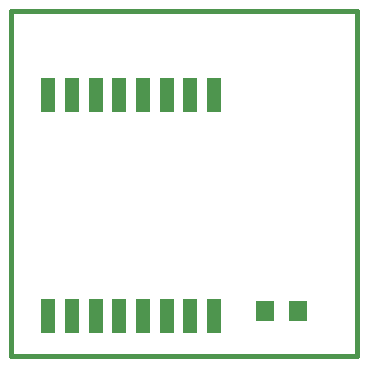
<source format=gtp>
G04 EAGLE Gerber X2 export*
G75*
%MOMM*%
%FSLAX34Y34*%
%LPD*%
%AMOC8*
5,1,8,0,0,1.08239X$1,22.5*%
G01*
%ADD10C,0.406400*%
%ADD11R,1.200000X3.000000*%
%ADD12R,1.600000X1.800000*%


D10*
X0Y0D02*
X292610Y0D01*
X292610Y292000D01*
X0Y292000D01*
X0Y0D01*
D11*
X91600Y33500D03*
X71600Y33500D03*
X51600Y33500D03*
X31600Y33500D03*
X111600Y33500D03*
X131600Y33500D03*
X151600Y33500D03*
X171600Y33500D03*
X171600Y220500D03*
X151600Y220500D03*
X131600Y220500D03*
X111600Y220500D03*
X91600Y220500D03*
X71600Y220500D03*
X51600Y220500D03*
X31600Y220500D03*
D12*
X214600Y38100D03*
X242600Y38100D03*
M02*

</source>
